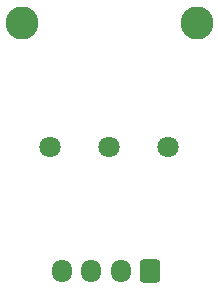
<source format=gbr>
%TF.GenerationSoftware,KiCad,Pcbnew,8.0.4*%
%TF.CreationDate,2024-08-04T23:07:34+09:00*%
%TF.ProjectId,sdvx-encoder-holder,73647678-2d65-46e6-936f-6465722d686f,rev?*%
%TF.SameCoordinates,Original*%
%TF.FileFunction,Soldermask,Bot*%
%TF.FilePolarity,Negative*%
%FSLAX46Y46*%
G04 Gerber Fmt 4.6, Leading zero omitted, Abs format (unit mm)*
G04 Created by KiCad (PCBNEW 8.0.4) date 2024-08-04 23:07:34*
%MOMM*%
%LPD*%
G01*
G04 APERTURE LIST*
G04 Aperture macros list*
%AMRoundRect*
0 Rectangle with rounded corners*
0 $1 Rounding radius*
0 $2 $3 $4 $5 $6 $7 $8 $9 X,Y pos of 4 corners*
0 Add a 4 corners polygon primitive as box body*
4,1,4,$2,$3,$4,$5,$6,$7,$8,$9,$2,$3,0*
0 Add four circle primitives for the rounded corners*
1,1,$1+$1,$2,$3*
1,1,$1+$1,$4,$5*
1,1,$1+$1,$6,$7*
1,1,$1+$1,$8,$9*
0 Add four rect primitives between the rounded corners*
20,1,$1+$1,$2,$3,$4,$5,0*
20,1,$1+$1,$4,$5,$6,$7,0*
20,1,$1+$1,$6,$7,$8,$9,0*
20,1,$1+$1,$8,$9,$2,$3,0*%
G04 Aperture macros list end*
%ADD10C,2.800000*%
%ADD11C,1.803400*%
%ADD12RoundRect,0.250000X0.600000X0.725000X-0.600000X0.725000X-0.600000X-0.725000X0.600000X-0.725000X0*%
%ADD13O,1.700000X1.950000*%
G04 APERTURE END LIST*
D10*
%TO.C,PEC16-4xxx-Nxxx1*%
X120600000Y-85999998D03*
X135400001Y-85999998D03*
D11*
X123000000Y-96500000D03*
X128000000Y-96500000D03*
X133000000Y-96500000D03*
%TD*%
D12*
%TO.C,J1*%
X131500000Y-106975000D03*
D13*
X129000000Y-106975000D03*
X126500000Y-106975000D03*
X124000000Y-106975000D03*
%TD*%
M02*

</source>
